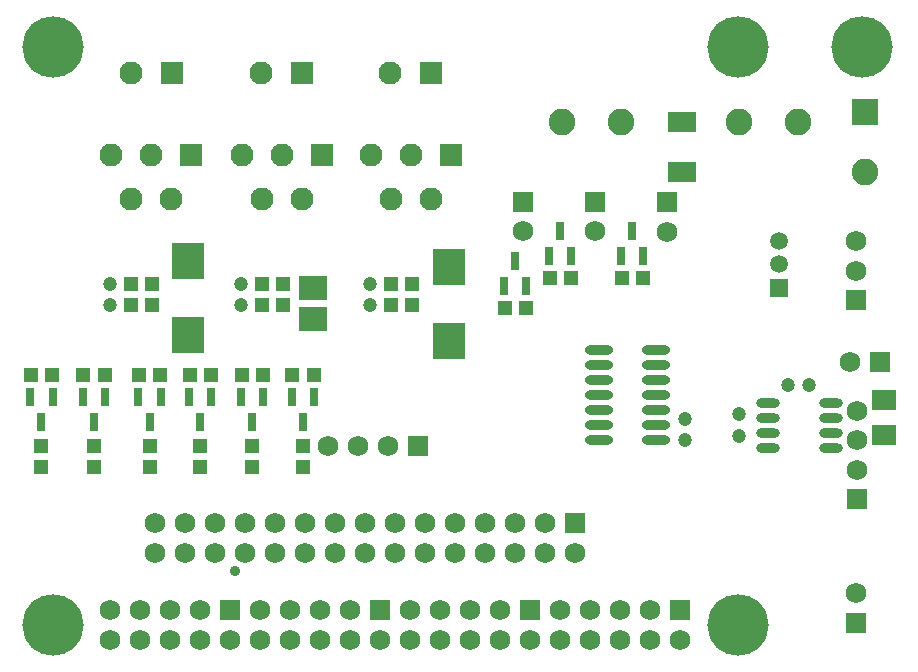
<source format=gbs>
%FSLAX25Y25*%
%MOIN*%
G70*
G01*
G75*
G04 Layer_Color=16711935*
%ADD10C,0.03937*%
%ADD11C,0.03150*%
%ADD12C,0.00787*%
%ADD13C,0.01575*%
%ADD14C,0.01969*%
%ADD15C,0.02362*%
%ADD16C,0.02756*%
%ADD17C,0.01181*%
%ADD18R,0.09843X0.09843*%
%ADD19R,0.02874X0.01181*%
%ADD20R,0.01181X0.02874*%
%ADD21R,0.05512X0.07874*%
%ADD22R,0.07874X0.05512*%
%ADD23C,0.05906*%
%ADD24R,0.03937X0.03937*%
%ADD25C,0.03937*%
%ADD26R,0.15748X0.06299*%
%ADD27R,0.09449X0.06693*%
%ADD28O,0.08661X0.02362*%
%ADD29C,0.05906*%
%ADD30R,0.06890X0.06890*%
%ADD31C,0.06890*%
%ADD32C,0.06102*%
%ADD33R,0.06102X0.06102*%
%ADD34R,0.06102X0.06102*%
%ADD35C,0.08071*%
%ADD36R,0.08071X0.08071*%
%ADD37C,0.19685*%
%ADD38R,0.06102X0.06000*%
%ADD39C,0.05118*%
%ADD40R,0.05118X0.05118*%
%ADD41C,0.02756*%
%ADD42C,0.02362*%
%ADD43R,0.07087X0.05906*%
%ADD44O,0.07008X0.02362*%
%ADD45R,0.02362X0.05512*%
%ADD46R,0.03937X0.03937*%
%ADD47R,0.08583X0.06378*%
%ADD48R,0.08976X0.07480*%
%ADD49R,0.10039X0.11614*%
%ADD50C,0.01000*%
%ADD51C,0.00984*%
%ADD52C,0.00591*%
%ADD53R,0.10630X0.10630*%
%ADD54R,0.03661X0.01969*%
%ADD55R,0.01969X0.03661*%
%ADD56R,0.06299X0.08661*%
%ADD57R,0.08661X0.06299*%
%ADD58C,0.06693*%
%ADD59R,0.04724X0.04724*%
%ADD60C,0.04724*%
%ADD61R,0.16535X0.07087*%
%ADD62R,0.10236X0.07480*%
%ADD63O,0.09449X0.03150*%
%ADD64R,0.07677X0.07677*%
%ADD65C,0.07677*%
%ADD66R,0.06890X0.06890*%
%ADD67C,0.08858*%
%ADD68R,0.08858X0.08858*%
%ADD69C,0.20472*%
%ADD70R,0.06890X0.06787*%
%ADD71R,0.05906X0.05906*%
%ADD72C,0.03543*%
%ADD73R,0.07874X0.06693*%
%ADD74O,0.07795X0.03150*%
%ADD75R,0.03150X0.06299*%
%ADD76R,0.04724X0.04724*%
%ADD77R,0.09370X0.07165*%
%ADD78R,0.09764X0.08268*%
%ADD79R,0.10827X0.12402*%
D23*
X256000Y147000D02*
D03*
Y139126D02*
D03*
D30*
X289500Y106500D02*
D03*
X222953Y23779D02*
D03*
X122953D02*
D03*
X72953D02*
D03*
X188000Y53000D02*
D03*
X135500Y78500D02*
D03*
D31*
X279500Y106500D02*
D03*
X170500Y150157D02*
D03*
X194500D02*
D03*
X218500Y150000D02*
D03*
X282000Y70657D02*
D03*
Y80500D02*
D03*
Y90342D02*
D03*
X281500Y29500D02*
D03*
X222953Y13780D02*
D03*
X212953Y23779D02*
D03*
X202953D02*
D03*
X212953Y13780D02*
D03*
X202953D02*
D03*
X192953Y23779D02*
D03*
Y13780D02*
D03*
X182953Y23779D02*
D03*
Y13780D02*
D03*
X172953D02*
D03*
X162953Y23779D02*
D03*
Y13780D02*
D03*
X152953Y23779D02*
D03*
Y13780D02*
D03*
X142953D02*
D03*
Y23779D02*
D03*
X132953Y13780D02*
D03*
Y23779D02*
D03*
X122953Y13780D02*
D03*
X112953D02*
D03*
Y23779D02*
D03*
X102953Y13780D02*
D03*
Y23779D02*
D03*
X92953Y13780D02*
D03*
Y23779D02*
D03*
X82953Y13780D02*
D03*
Y23779D02*
D03*
X72953Y13780D02*
D03*
X62953Y23779D02*
D03*
Y13780D02*
D03*
X52953Y23779D02*
D03*
Y13780D02*
D03*
X42953Y23779D02*
D03*
Y13780D02*
D03*
X32953Y23779D02*
D03*
Y13780D02*
D03*
X48000Y53000D02*
D03*
Y43000D02*
D03*
X58000Y53000D02*
D03*
Y43000D02*
D03*
X68000Y53000D02*
D03*
Y43000D02*
D03*
X78000Y53000D02*
D03*
Y43000D02*
D03*
X88000D02*
D03*
Y53000D02*
D03*
X128000D02*
D03*
Y43000D02*
D03*
X138000D02*
D03*
Y53000D02*
D03*
X178000D02*
D03*
X168000D02*
D03*
X148000D02*
D03*
X158000D02*
D03*
Y43000D02*
D03*
X148000D02*
D03*
X168000D02*
D03*
X178000D02*
D03*
X188000D02*
D03*
X118000D02*
D03*
Y53000D02*
D03*
X108000Y43000D02*
D03*
Y53000D02*
D03*
X98000Y43000D02*
D03*
Y53000D02*
D03*
X281500Y137000D02*
D03*
Y146843D02*
D03*
X125500Y78500D02*
D03*
X115500D02*
D03*
X105500D02*
D03*
D59*
X179457Y134500D02*
D03*
X186543D02*
D03*
X164457Y124500D02*
D03*
X171543D02*
D03*
X203457Y134500D02*
D03*
X210543D02*
D03*
X93689Y102209D02*
D03*
X100776D02*
D03*
X76760D02*
D03*
X83846D02*
D03*
X59437D02*
D03*
X66524D02*
D03*
X6508D02*
D03*
X13595D02*
D03*
X24075D02*
D03*
X31161D02*
D03*
X42579D02*
D03*
X49665D02*
D03*
D60*
X224500Y80457D02*
D03*
Y87543D02*
D03*
X242500Y89043D02*
D03*
Y81957D02*
D03*
X266043Y99000D02*
D03*
X258957D02*
D03*
X33000Y132543D02*
D03*
Y125457D02*
D03*
X76500Y132543D02*
D03*
Y125457D02*
D03*
X119500Y132543D02*
D03*
Y125457D02*
D03*
D63*
X214949Y110500D02*
D03*
Y105500D02*
D03*
Y100500D02*
D03*
Y95500D02*
D03*
Y90500D02*
D03*
Y85500D02*
D03*
Y80500D02*
D03*
X196051Y110500D02*
D03*
Y105500D02*
D03*
Y100500D02*
D03*
Y95500D02*
D03*
Y90500D02*
D03*
Y85500D02*
D03*
Y80500D02*
D03*
D64*
X140083Y203031D02*
D03*
X97083D02*
D03*
X146579Y175567D02*
D03*
X103579D02*
D03*
X60079D02*
D03*
X53583Y203000D02*
D03*
D65*
X126303Y203031D02*
D03*
X83303D02*
D03*
X139886Y161000D02*
D03*
X133193Y175567D02*
D03*
X126500Y161000D02*
D03*
X119807Y175567D02*
D03*
X96886Y161000D02*
D03*
X90193Y175567D02*
D03*
X83500Y161000D02*
D03*
X76807Y175567D02*
D03*
X53386Y161000D02*
D03*
X46693Y175567D02*
D03*
X40000Y161000D02*
D03*
X33307Y175567D02*
D03*
X39803Y203000D02*
D03*
D66*
X170500Y160000D02*
D03*
X194500D02*
D03*
X218500Y159843D02*
D03*
X282000Y60815D02*
D03*
X281500Y19658D02*
D03*
Y127157D02*
D03*
D67*
X203130Y186500D02*
D03*
X183445D02*
D03*
X242500D02*
D03*
X262185D02*
D03*
X284500Y170000D02*
D03*
D68*
Y190000D02*
D03*
D69*
X242126Y211693D02*
D03*
Y18779D02*
D03*
X283465Y211693D02*
D03*
X13780D02*
D03*
Y18779D02*
D03*
D70*
X172953Y23779D02*
D03*
D71*
X256000Y131252D02*
D03*
D72*
X74500Y37000D02*
D03*
D73*
X291000Y93709D02*
D03*
Y82291D02*
D03*
D74*
X252150Y78000D02*
D03*
Y83000D02*
D03*
Y88000D02*
D03*
Y93000D02*
D03*
X273410Y78000D02*
D03*
Y83000D02*
D03*
Y88000D02*
D03*
Y93000D02*
D03*
D75*
X93492Y94724D02*
D03*
X100972D02*
D03*
X97232Y86457D02*
D03*
X76563Y94724D02*
D03*
X84043D02*
D03*
X80303Y86457D02*
D03*
X59240Y94724D02*
D03*
X66720D02*
D03*
X62980Y86457D02*
D03*
X6311Y94724D02*
D03*
X13791D02*
D03*
X10051Y86457D02*
D03*
X42382Y94724D02*
D03*
X49862D02*
D03*
X46122Y86457D02*
D03*
X23878Y94724D02*
D03*
X31358D02*
D03*
X27618Y86457D02*
D03*
X171740Y131776D02*
D03*
X164260D02*
D03*
X168000Y140043D02*
D03*
X210740Y141776D02*
D03*
X203260D02*
D03*
X207000Y150043D02*
D03*
X186740Y141776D02*
D03*
X179260D02*
D03*
X183000Y150043D02*
D03*
D76*
X27618Y71457D02*
D03*
Y78543D02*
D03*
X46122Y71457D02*
D03*
Y78543D02*
D03*
X10051Y71457D02*
D03*
Y78543D02*
D03*
X62980Y71457D02*
D03*
Y78543D02*
D03*
X97232Y71457D02*
D03*
Y78543D02*
D03*
X80303Y71457D02*
D03*
Y78543D02*
D03*
X47000Y132543D02*
D03*
Y125457D02*
D03*
X40000Y125457D02*
D03*
Y132543D02*
D03*
X90500Y132543D02*
D03*
Y125457D02*
D03*
X83500Y125457D02*
D03*
Y132543D02*
D03*
X133500Y132543D02*
D03*
Y125457D02*
D03*
X126500Y125457D02*
D03*
Y132543D02*
D03*
D77*
X223484Y186500D02*
D03*
Y169886D02*
D03*
D78*
X100650Y131236D02*
D03*
Y120764D02*
D03*
D79*
X59000Y140303D02*
D03*
Y115697D02*
D03*
X146000Y138303D02*
D03*
Y113697D02*
D03*
M02*

</source>
